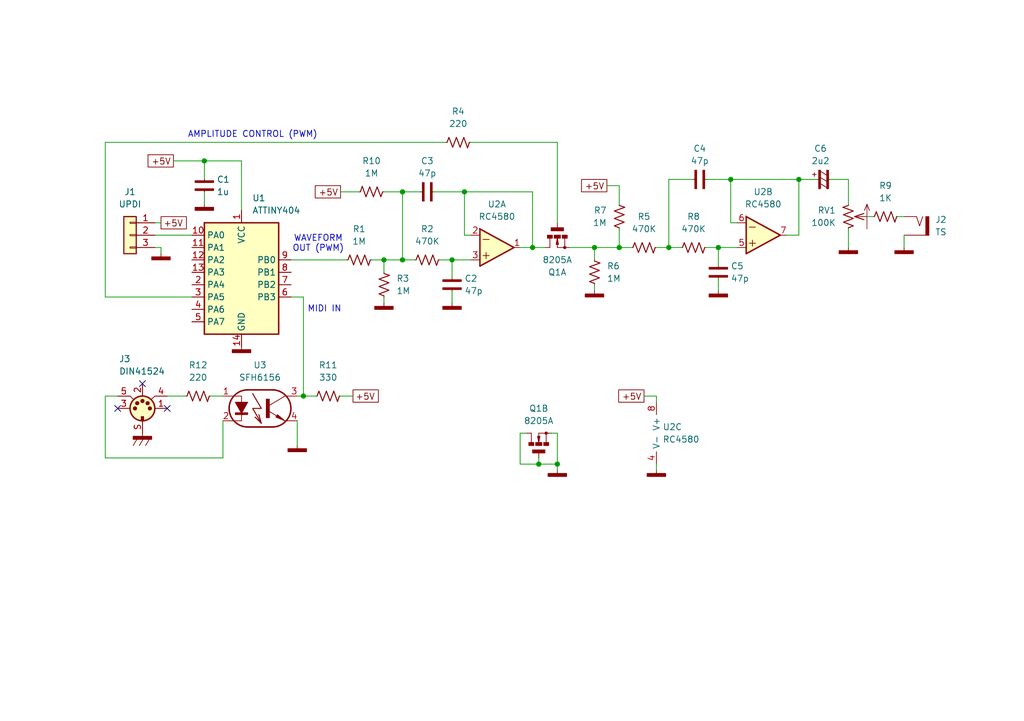
<source format=kicad_sch>
(kicad_sch (version 20231120) (generator "eeschema") (generator_version "8.0")
  (paper "A5")
  (title_block (date "2024-05-18"))
  (lib_symbols
    (symbol "CONNECTOR:DIN41524"
      (property "Reference" "J" (at -4.445 -1.905 0))
      (property "Value" "DIN41524" (at 7.62 -1.905 0))
      (symbol "DIN41524_0_1"
        (polyline (pts (xy -2.54 2.54) (xy -1.8288 1.8288)))
        (polyline (pts (xy 2.54 2.54) (xy 1.8288 1.8288)))
      )
      (symbol "DIN41524_1_1"
        (circle (center -1.524 0) (radius 0.381) (stroke (width 0.0254)) (fill (type outline)))
        (circle (center -1.0668 1.0668) (radius 0.381) (stroke (width 0.0254)) (fill (type outline)))
        (rectangle (start -0.254 -1.6764) (end 0.254 -2.54) (fill (type outline)))
        (circle (center 0 0) (radius 2.54) (stroke (width 0.3048)) (fill (type background)))
        (circle (center 0 1.524) (radius 0.381) (stroke (width 0.0254)) (fill (type outline)))
        (circle (center 1.0668 1.0668) (radius 0.381) (stroke (width 0.0254)) (fill (type outline)))
        (circle (center 1.524 0) (radius 0.381) (stroke (width 0.0254)) (fill (type outline)))
        (pin passive line (at 5.08 0 180) (length 2.54) (name "") (number "1"))
        (pin passive line (at 0 5.08 270) (length 2.54) (name "") (number "2"))
        (pin passive line (at -5.08 0 0) (length 2.54) (name "") (number "3"))
        (pin passive line (at 5.08 2.54 180) (length 2.54) (name "") (number "4"))
        (pin passive line (at -5.08 2.54 0) (length 2.54) (name "") (number "5"))
        (pin passive line (at 0 -5.08 90) (length 2.54) (name "") (number "S"))
      )
    )
    (symbol "CONNECTOR:TS" (pin_numbers hide) (pin_names (offset 0) hide)
      (property "Reference" "J" (at 0 -2.54 0))
      (property "Value" "TS" (at 0 2.54 0))
      (symbol "TS_0_1"
        (rectangle (start -2.54 2.54) (end -1.905 -1.27) (stroke (width 0.1524)) (fill (type outline)))
        (polyline (pts (xy 0 2.54) (xy -0.635 0.635) (xy -1.27 2.54)))
      )
      (symbol "TS_1_1"
        (pin passive line (at 2.54 -1.27 180) (length 5.08) (name "S") (number "S"))
        (pin passive line (at 2.54 2.54 180) (length 2.54) (name "T") (number "T"))
      )
    )
    (symbol "Connector_Generic:Conn_01x03" (pin_names (offset 1.016) hide)
      (property "Reference" "J" (at 0 5.08 0))
      (property "Value" "Conn_01x03" (at 0 -5.08 0))
      (symbol "Conn_01x03_1_1"
        (rectangle (start -1.27 -2.413) (end 0 -2.667) (stroke (width 0.1524)))
        (rectangle (start -1.27 0.127) (end 0 -0.127) (stroke (width 0.1524)))
        (rectangle (start -1.27 2.667) (end 0 2.413) (stroke (width 0.1524)))
        (rectangle (start -1.27 3.81) (end 1.27 -3.81) (stroke (width 0.254)) (fill (type background)))
        (pin passive line (at -5.08 2.54 0) (length 3.81) (name "Pin_1") (number "1"))
        (pin passive line (at -5.08 0 0) (length 3.81) (name "Pin_2") (number "2"))
        (pin passive line (at -5.08 -2.54 0) (length 3.81) (name "Pin_3") (number "3"))
      )
    )
    (symbol "MCU:ATTINY404" (in_bom no) (on_board no)
      (property "Reference" "U" (at 7.62 20.32 0))
      (property "Value" "ATTINY404" (at 7.62 17.78 0))
      (symbol "ATTINY404_1_1"
        (rectangle (start -7.62 12.7) (end 7.62 -10.16) (stroke (width 0.3048)) (fill (type background)))
        (pin power_in line (at 0 15.24 270) (length 2.54) (name "VCC") (number "1"))
        (pin unspecified line (at -10.16 10.16 0) (length 2.54) (name "PA0") (number "10"))
        (pin unspecified line (at -10.16 7.62 0) (length 2.54) (name "PA1") (number "11"))
        (pin unspecified line (at -10.16 5.08 0) (length 2.54) (name "PA2") (number "12"))
        (pin unspecified line (at -10.16 2.54 0) (length 2.54) (name "PA3") (number "13"))
        (pin power_in line (at 0 -12.7 90) (length 2.54) (name "GND") (number "14"))
        (pin unspecified line (at -10.16 0 0) (length 2.54) (name "PA4") (number "2"))
        (pin unspecified line (at -10.16 -2.54 0) (length 2.54) (name "PA5") (number "3"))
        (pin unspecified line (at -10.16 -5.08 0) (length 2.54) (name "PA6") (number "4"))
        (pin unspecified line (at -10.16 -7.62 0) (length 2.54) (name "PA7") (number "5"))
        (pin unspecified line (at 10.16 -2.54 180) (length 2.54) (name "PB3") (number "6"))
        (pin unspecified line (at 10.16 0 180) (length 2.54) (name "PB2") (number "7"))
        (pin unspecified line (at 10.16 2.54 180) (length 2.54) (name "PB1") (number "8"))
        (pin unspecified line (at 10.16 5.08 180) (length 2.54) (name "PB0") (number "9"))
      )
    )
    (symbol "OPAMP:RC4580"
      (property "Reference" "U1" (at 0 -3.81 0))
      (property "Value" "RC4580" (at 0 3.81 0))
      (symbol "RC4580_1_1"
        (polyline (pts (xy -2.54 -1.651) (xy -1.27 -1.651)))
        (polyline (pts (xy -2.54 1.651) (xy -1.27 1.651)))
        (polyline (pts (xy -1.905 -2.286) (xy -1.905 -1.016)))
        (polyline (pts (xy -3.175 3.81) (xy 3.81 0) (xy -3.175 -3.81) (xy -3.175 3.81)) (stroke (width 0.3048)) (fill (type background)))
        (pin output line (at 5.08 0 180) (length 1.27) (name "~") (number "1"))
        (pin input line (at -5.08 2.54 0) (length 1.905) (name "") (number "2"))
        (pin input line (at -5.08 -2.54 0) (length 1.905) (name "") (number "3"))
      )
      (symbol "RC4580_2_1"
        (polyline (pts (xy -2.54 -1.651) (xy -1.27 -1.651)))
        (polyline (pts (xy -2.54 1.651) (xy -1.27 1.651)))
        (polyline (pts (xy -1.905 -2.286) (xy -1.905 -1.016)))
        (polyline (pts (xy -3.175 3.81) (xy 3.81 0) (xy -3.175 -3.81) (xy -3.175 3.81)) (stroke (width 0.3048)) (fill (type background)))
        (pin input line (at -5.08 -2.54 0) (length 1.905) (name "") (number "5"))
        (pin input line (at -5.08 2.54 0) (length 1.905) (name "") (number "6"))
        (pin output line (at 5.08 0 180) (length 1.27) (name "~") (number "7"))
      )
      (symbol "RC4580_3_1"
        (pin power_in line (at 0 -6.35 90) (length 2.54) (name "V-") (number "4"))
        (pin power_in line (at 0 6.35 270) (length 2.54) (name "V+") (number "8"))
      )
    )
    (symbol "OPTO:SFH6156"
      (property "Reference" "U" (at 0 5.08 0))
      (property "Value" "SFH6156" (at 0 -5.715 0))
      (symbol "SFH6156_0_1"
        (polyline (pts (xy 1.905 -0.635) (xy 5.08 -2.54)))
        (polyline (pts (xy 5.08 2.54) (xy 1.905 0.635)))
      )
      (symbol "SFH6156_1_1"
        (arc (start -2.5676 3.81) (mid -6.3501 0) (end -2.5676 -3.81) (stroke (width 0.3048)))
        (rectangle (start -2.54 -0.889) (end -5.08 -1.27) (fill (type outline)))
        (polyline (pts (xy -2.54 -3.81) (xy 2.54 -3.81)) (stroke (width 0.3048)))
        (polyline (pts (xy -2.54 3.81) (xy 2.54 3.81)) (stroke (width 0.3048)))
        (polyline (pts (xy 5.08 -2.54) (xy 6.35 -2.54)))
        (polyline (pts (xy 5.08 2.54) (xy 6.35 2.54)))
        (polyline (pts (xy -0.254 -1.27) (xy 0.254 -3.048) (xy -1.016 -1.778)) (stroke (width 0.2032)))
        (polyline (pts (xy -6.35 -2.54) (xy -3.81 -2.54) (xy -3.81 2.54) (xy -6.35 2.54)))
        (polyline (pts (xy -3.81 -1.016) (xy -2.54 1.27) (xy -5.08 1.27) (xy -3.81 -1.016)) (fill (type outline)))
        (polyline (pts (xy -1.524 3.048) (xy 0.254 0) (xy -1.524 0) (xy 0.254 -3.048)) (stroke (width 0.2032)))
        (polyline (pts (xy 5.08 -2.54) (xy 3.556 -1.27) (xy 3.2258 -1.778) (xy 5.08 -2.54)) (fill (type outline)))
        (rectangle (start 1.27 1.905) (end 1.905 -1.905) (fill (type outline)))
        (arc (start 2.54 -3.81) (mid 6.3225 0) (end 2.54 3.81) (stroke (width 0.3048)))
        (pin input line (at -7.62 2.54 0) (length 1.27) (name "") (number "1"))
        (pin input line (at -7.62 -2.54 0) (length 1.27) (name "") (number "2"))
        (pin open_collector line (at 7.62 2.54 180) (length 1.27) (name "") (number "3"))
        (pin open_emitter line (at 7.62 -2.54 180) (length 1.27) (name "") (number "4"))
      )
    )
    (symbol "PASSIVE:C" (pin_numbers hide)
      (property "Reference" "C" (at 0 2.54 0))
      (property "Value" "C" (at 0 -2.54 0))
      (symbol "C_1_1"
        (rectangle (start -1.016 -1.905) (end -0.635 1.905) (fill (type outline)))
        (rectangle (start 0.635 1.905) (end 1.016 -1.905) (fill (type outline)))
        (pin passive line (at -1.27 0 0) (length 0.635) (name "") (number "1"))
        (pin passive line (at 1.27 0 180) (length 0.635) (name "") (number "2"))
      )
    )
    (symbol "PASSIVE:CP" (pin_numbers hide)
      (property "Reference" "C" (at 0 -3.81 0))
      (property "Value" "CP" (at 0 3.81 0))
      (symbol "CP_0_1"
        (polyline (pts (xy -2.286 1.016) (xy -1.524 1.016)))
        (polyline (pts (xy -1.905 0.635) (xy -1.905 1.397)))
        (polyline (pts (xy -0.635 0.381) (xy 0.635 -0.381)))
        (polyline (pts (xy -0.635 1.651) (xy 0.635 0.889)))
        (polyline (pts (xy 0.635 -1.651) (xy -0.635 -0.889)))
      )
      (symbol "CP_1_1"
        (rectangle (start -1.016 1.905) (end -0.635 -1.905) (fill (type outline)))
        (rectangle (start 0.635 1.905) (end 1.016 -1.905) (fill (type outline)))
        (pin passive line (at -1.27 0 0) (length 0.5842) (name "") (number "1"))
        (pin passive line (at 1.27 0 180) (length 0.635) (name "") (number "2"))
      )
    )
    (symbol "PASSIVE:R" (pin_numbers hide) (pin_names hide)
      (property "Reference" "R" (at 0 -1.905 0))
      (property "Value" "R" (at 0 1.905 0))
      (symbol "R_1_1"
        (polyline (pts (xy -2.286 0) (xy -1.905 1.016) (xy -1.143 -1.016) (xy -0.381 1.016) (xy 0.381 -1.016) (xy 1.143 1.016) (xy 1.905 -1.143) (xy 2.286 0)) (stroke (width 0.2032)))
        (pin passive line (at -2.54 0 0) (length 0.254) (name "") (number "1"))
        (pin passive line (at 2.54 0 180) (length 0.254) (name "") (number "2"))
      )
    )
    (symbol "PASSIVE:RV" (pin_numbers hide)
      (property "Reference" "RV" (at 0 0.508 0))
      (property "Value" "RV" (at 2.54 2.54 0))
      (symbol "RV_1_1"
        (polyline (pts (xy -2.54 3.81) (xy 2.54 3.81)) (stroke (width 0.127)))
        (polyline (pts (xy -0.635 3.175) (xy 0 1.27) (xy 0.635 3.175)) (stroke (width 0.2032)))
        (polyline (pts (xy 1.27 3.302) (xy 2.54 3.81) (xy 1.27 4.318)) (stroke (width 0.1524)))
        (polyline (pts (xy -2.286 0) (xy -1.905 1.016) (xy -1.143 -1.016) (xy -0.381 1.016) (xy 0.381 -1.016) (xy 1.143 1.016) (xy 1.905 -1.143) (xy 2.286 0)) (stroke (width 0.2032)))
        (pin passive line (at -2.54 0 0) (length 0.254) (name "") (number "1"))
        (pin passive line (at 0 3.81 270) (length 2.54) (name "") (number "2"))
        (pin passive line (at 2.54 0 180) (length 0.254) (name "") (number "3"))
      )
    )
    (symbol "POWER_SYMBOLS:GND" (power)
      (symbol "GND_0_1"
        (polyline (pts (xy 0 0) (xy 0 -1.27)) (stroke (width 0.1524)))
      )
      (symbol "GND_1_1"
        (rectangle (start -1.905 -0.635) (end 1.905 -1.27) (fill (type outline)))
        (pin power_in line (at 0 0 270) (length 0) hide (name "GND") (number "1"))
      )
    )
    (symbol "POWER_SYMBOLS:GND_CHASSIS" (power) (in_bom no) (on_board no)
      (symbol "GND_CHASSIS_0_1"
        (polyline (pts (xy -1.905 -2.54) (xy -1.143 -1.27)))
        (polyline (pts (xy -0.635 -2.54) (xy 0.127 -1.27)))
        (polyline (pts (xy 0 0) (xy 0 -1.27)) (stroke (width 0.1524)))
        (polyline (pts (xy 1.397 -1.27) (xy 0.635 -2.54)))
      )
      (symbol "GND_CHASSIS_1_1"
        (rectangle (start -1.905 -0.635) (end 1.905 -1.27) (fill (type outline)))
        (pin power_in line (at 0 0 270) (length 0) hide (name "GND1") (number "1"))
      )
    )
    (symbol "TRANSISTOR:8205A" (pin_numbers hide) (pin_names hide)
      (property "Reference" "Q" (at 6.35 -1.27 0))
      (property "Value" "8205A" (at 6.35 1.27 0))
      (symbol "8205A_0_1"
        (rectangle (start -4.064 1.27) (end -3.429 -1.27) (fill (type outline)))
        (rectangle (start -2.54 -1.016) (end -1.905 -2.032) (fill (type outline)))
        (rectangle (start -2.54 0.635) (end -1.905 -0.635) (fill (type outline)))
        (rectangle (start -2.54 2.032) (end -1.905 1.016) (fill (type outline)))
        (circle (center 0 -1.524) (radius 0.254) (fill (type outline)))
        (polyline (pts (xy 0 0) (xy -2.032 0)))
        (polyline (pts (xy 0 1.524) (xy -2.032 1.524)))
        (polyline (pts (xy -2.032 -1.524) (xy 0 -1.524) (xy 0 0)))
        (polyline (pts (xy -1.905 0) (xy -0.635 -0.254) (xy -0.635 0.254) (xy -1.905 0)) (fill (type outline)))
      )
      (symbol "8205A_1_1"
        (pin input line (at -5.08 0 0) (length 1.27) (name "G") (number "1"))
        (pin passive line (at 0 2.54 180) (length 1.016) hide (name "D") (number "2"))
        (pin passive line (at 0 2.54 270) (length 1.016) (name "D") (number "5"))
        (pin passive line (at 0 -2.54 90) (length 1.016) (name "S") (number "6"))
      )
      (symbol "8205A_2_1"
        (pin passive line (at 0 2.54 270) (length 1.016) (name "D") (number "2"))
        (pin input line (at -5.08 0 0) (length 1.27) (name "G") (number "3"))
        (pin passive line (at 0 -2.54 90) (length 1.016) (name "S") (number "4"))
        (pin passive line (at 0 2.54 180) (length 1.016) hide (name "D") (number "5"))
      )
    )
  )
  (junction (at 109.22 50.8))
  (junction (at 114.3 95.25))
  (junction (at 82.55 39.37))
  (junction (at 82.55 53.34))
  (junction (at 121.92 50.8))
  (junction (at 78.74 53.34))
  (junction (at 95.25 39.37))
  (junction (at 41.91 33.02))
  (junction (at 147.32 50.8))
  (junction (at 163.83 36.83))
  (junction (at 62.23 81.28))
  (junction (at 110.49 95.25))
  (junction (at 149.86 36.83))
  (junction (at 92.71 53.34))
  (junction (at 127 50.8))
  (junction (at 137.16 50.8))
  (no_connect (at 24.13 83.82))
  (no_connect (at 34.29 83.82))
  (no_connect (at 29.21 78.74))
  (wire (pts (xy 134.62 95.25) (xy 134.62 96.52)))
  (wire (pts (xy 109.22 50.8) (xy 106.68 50.8)))
  (wire (pts (xy 82.55 53.34) (xy 82.55 39.37)))
  (wire (pts (xy 106.68 88.9) (xy 106.68 95.25)))
  (wire (pts (xy 96.52 48.26) (xy 95.25 48.26)))
  (wire (pts (xy 114.3 29.21) (xy 114.3 45.72)))
  (wire (pts (xy 43.18 81.28) (xy 45.72 81.28)))
  (wire (pts (xy 121.92 58.42) (xy 121.92 59.69)))
  (wire (pts (xy 39.37 60.96) (xy 21.59 60.96)))
  (wire (pts (xy 127 38.1) (xy 127 41.91)))
  (wire (pts (xy 137.16 36.83) (xy 142.24 36.83)))
  (wire (pts (xy 114.3 88.9) (xy 113.03 88.9)))
  (wire (pts (xy 147.32 54.61) (xy 147.32 50.8)))
  (wire (pts (xy 78.74 60.96) (xy 78.74 62.23)))
  (wire (pts (xy 173.99 46.99) (xy 173.99 50.8)))
  (wire (pts (xy 92.71 59.69) (xy 92.71 62.23)))
  (wire (pts (xy 78.74 39.37) (xy 82.55 39.37)))
  (wire (pts (xy 69.85 81.28) (xy 72.39 81.28)))
  (wire (pts (xy 116.84 50.8) (xy 121.92 50.8)))
  (wire (pts (xy 163.83 36.83) (xy 163.83 48.26)))
  (wire (pts (xy 78.74 53.34) (xy 78.74 55.88)))
  (wire (pts (xy 95.25 39.37) (xy 109.22 39.37)))
  (wire (pts (xy 114.3 95.25) (xy 114.3 88.9)))
  (wire (pts (xy 41.91 33.02) (xy 41.91 36.83)))
  (wire (pts (xy 62.23 81.28) (xy 64.77 81.28)))
  (wire (pts (xy 39.37 48.26) (xy 31.75 48.26)))
  (wire (pts (xy 88.9 39.37) (xy 95.25 39.37)))
  (wire (pts (xy 114.3 95.25) (xy 114.3 96.52)))
  (wire (pts (xy 24.13 81.28) (xy 21.59 81.28)))
  (wire (pts (xy 60.96 86.36) (xy 60.96 91.44)))
  (wire (pts (xy 134.62 50.8) (xy 137.16 50.8)))
  (wire (pts (xy 109.22 50.8) (xy 111.76 50.8)))
  (wire (pts (xy 173.99 36.83) (xy 173.99 41.91)))
  (wire (pts (xy 149.86 36.83) (xy 163.83 36.83)))
  (wire (pts (xy 33.02 45.72) (xy 31.75 45.72)))
  (wire (pts (xy 49.53 33.02) (xy 49.53 43.18)))
  (wire (pts (xy 127 46.99) (xy 127 50.8)))
  (wire (pts (xy 106.68 95.25) (xy 110.49 95.25)))
  (wire (pts (xy 45.72 93.98) (xy 45.72 86.36)))
  (wire (pts (xy 35.56 33.02) (xy 41.91 33.02)))
  (wire (pts (xy 177.8 44.45) (xy 179.07 44.45)))
  (wire (pts (xy 41.91 39.37) (xy 41.91 41.91)))
  (wire (pts (xy 163.83 48.26) (xy 161.29 48.26)))
  (wire (pts (xy 62.23 81.28) (xy 60.96 81.28)))
  (wire (pts (xy 121.92 50.8) (xy 121.92 53.34)))
  (wire (pts (xy 127 50.8) (xy 129.54 50.8)))
  (wire (pts (xy 69.85 39.37) (xy 73.66 39.37)))
  (wire (pts (xy 95.25 48.26) (xy 95.25 39.37)))
  (wire (pts (xy 109.22 39.37) (xy 109.22 50.8)))
  (wire (pts (xy 96.52 29.21) (xy 114.3 29.21)))
  (wire (pts (xy 147.32 50.8) (xy 151.13 50.8)))
  (wire (pts (xy 21.59 81.28) (xy 21.59 93.98)))
  (wire (pts (xy 151.13 45.72) (xy 149.86 45.72)))
  (wire (pts (xy 41.91 33.02) (xy 49.53 33.02)))
  (wire (pts (xy 62.23 60.96) (xy 62.23 81.28)))
  (wire (pts (xy 185.42 44.45) (xy 184.15 44.45)))
  (wire (pts (xy 144.78 36.83) (xy 149.86 36.83)))
  (wire (pts (xy 110.49 95.25) (xy 110.49 93.98)))
  (wire (pts (xy 134.62 81.28) (xy 134.62 82.55)))
  (wire (pts (xy 185.42 48.26) (xy 185.42 50.8)))
  (wire (pts (xy 124.46 38.1) (xy 127 38.1)))
  (wire (pts (xy 34.29 81.28) (xy 38.1 81.28)))
  (wire (pts (xy 59.69 53.34) (xy 71.12 53.34)))
  (wire (pts (xy 92.71 57.15) (xy 92.71 53.34)))
  (wire (pts (xy 82.55 53.34) (xy 78.74 53.34)))
  (wire (pts (xy 137.16 50.8) (xy 137.16 36.83)))
  (wire (pts (xy 110.49 95.25) (xy 114.3 95.25)))
  (wire (pts (xy 21.59 60.96) (xy 21.59 29.21)))
  (wire (pts (xy 85.09 53.34) (xy 82.55 53.34)))
  (wire (pts (xy 147.32 50.8) (xy 144.78 50.8)))
  (wire (pts (xy 132.08 81.28) (xy 134.62 81.28)))
  (wire (pts (xy 121.92 50.8) (xy 127 50.8)))
  (wire (pts (xy 21.59 93.98) (xy 45.72 93.98)))
  (wire (pts (xy 170.18 36.83) (xy 173.99 36.83)))
  (wire (pts (xy 147.32 57.15) (xy 147.32 59.69)))
  (wire (pts (xy 21.59 29.21) (xy 91.44 29.21)))
  (wire (pts (xy 78.74 53.34) (xy 76.2 53.34)))
  (wire (pts (xy 137.16 50.8) (xy 139.7 50.8)))
  (wire (pts (xy 82.55 39.37) (xy 86.36 39.37)))
  (wire (pts (xy 92.71 53.34) (xy 96.52 53.34)))
  (wire (pts (xy 163.83 36.83) (xy 167.64 36.83)))
  (wire (pts (xy 33.02 50.8) (xy 31.75 50.8)))
  (wire (pts (xy 92.71 53.34) (xy 90.17 53.34)))
  (wire (pts (xy 33.02 52.07) (xy 33.02 50.8)))
  (wire (pts (xy 149.86 36.83) (xy 149.86 45.72)))
  (wire (pts (xy 107.95 88.9) (xy 106.68 88.9)))
  (wire (pts (xy 59.69 60.96) (xy 62.23 60.96)))
  (text "WAVEFORM\nOUT (PWM)" (at 65.278 50.038 0) (effects (font (size 1.27 1.27))))
  (text "MIDI IN" (at 66.548 63.5 0) (effects (font (size 1.27 1.27))))
  (text "AMPLITUDE CONTROL (PWM)" (at 51.816 27.686 0) (effects (font (size 1.27 1.27))))
  (global_label "+5V" (shape passive) (at 132.08 81.28 180) (property "Intersheetrefs" "${INTERSHEET_REFS}" (effects (hide yes))))
  (global_label "+5V" (shape passive) (at 69.85 39.37 180) (property "Intersheetrefs" "${INTERSHEET_REFS}" (effects (hide yes))))
  (global_label "+5V" (shape passive) (at 124.46 38.1 180) (property "Intersheetrefs" "${INTERSHEET_REFS}" (effects (hide yes))))
  (global_label "+5V" (shape passive) (at 35.56 33.02 180) (property "Intersheetrefs" "${INTERSHEET_REFS}" (effects (hide yes))))
  (global_label "+5V" (shape passive) (at 72.39 81.28 0) (property "Intersheetrefs" "${INTERSHEET_REFS}" (effects (hide yes))))
  (global_label "+5V" (shape passive) (at 33.02 45.72 0) (property "Intersheetrefs" "${INTERSHEET_REFS}" (effects (hide yes))))
  (symbol (lib_id "POWER_SYMBOLS:GND_CHASSIS") (at 29.21 88.9 0) (unit 1) (in_bom no) (on_board no)
    (property "Reference" "#PWR012" (effects (hide yes)))
    (property "Value" "GND_CHASSIS" (effects (hide yes)))
  )
  (symbol (lib_id "POWER_SYMBOLS:GND") (at 41.91 41.91 0) (unit 1)
    (property "Reference" "#PWR01" (effects (hide yes)))
    (property "Value" "GND" (effects (hide yes)))
  )
  (symbol (lib_id "PASSIVE:C") (at 92.71 58.42 90) (unit 1)
    (property "Reference" "C2" (at 95.25 57.1499 90) (effects (justify right)))
    (property "Value" "47p" (at 95.25 59.6899 90) (effects (justify right)))
    (property "Description" "Unpolarized Capacitor" (effects (hide yes)))
  )
  (symbol (lib_id "PASSIVE:R") (at 87.63 53.34 0) (unit 1)
    (property "Reference" "R2" (at 87.63 46.99 0))
    (property "Value" "470K" (at 87.63 49.53 0))
    (property "Description" "Resistor" (effects (hide yes)))
  )
  (symbol (lib_id "POWER_SYMBOLS:GND") (at 121.92 59.69 0) (unit 1)
    (property "Reference" "#PWR04" (effects (hide yes)))
    (property "Value" "GND" (effects (hide yes)))
  )
  (symbol (lib_id "POWER_SYMBOLS:GND") (at 114.3 96.52 0) (unit 1)
    (property "Reference" "#PWR06" (effects (hide yes)))
    (property "Value" "GND" (effects (hide yes)))
  )
  (symbol (lib_id "PASSIVE:R") (at 78.74 58.42 90) (unit 1)
    (property "Reference" "R3" (at 81.28 57.1499 90) (effects (justify right)))
    (property "Value" "1M" (at 81.28 59.6899 90) (effects (justify right)))
    (property "Description" "Resistor" (effects (hide yes)))
  )
  (symbol (lib_id "PASSIVE:RV") (at 173.99 44.45 270) (mirror x) (unit 1)
    (property "Reference" "RV1" (at 171.45 43.1735 90) (effects (justify right)))
    (property "Value" "100K" (at 171.45 45.7135 90) (effects (justify right)))
    (property "Description" "Variable resistor" (effects (hide yes)))
  )
  (symbol (lib_id "PASSIVE:C") (at 41.91 38.1 90) (unit 1)
    (property "Reference" "C1" (at 44.45 36.8299 90) (effects (justify right)))
    (property "Value" "1u" (at 44.45 39.3699 90) (effects (justify right)))
    (property "Description" "Unpolarized Capacitor" (effects (hide yes)))
  )
  (symbol (lib_id "OPAMP:RC4580") (at 156.21 48.26 0) (unit 2)
    (property "Reference" "U2" (at 156.5275 39.37 0))
    (property "Value" "RC4580" (at 156.5275 41.91 0))
    (property "Footprint" "Package_DIP:DIP-8_W7.62mm" (effects (hide yes)))
    (property "Datasheet" "https://www.ti.com/lit/ds/symlink/tl081a.pdf" (effects (hide yes)))
    (property "Description" "Dual operational amplifier" (effects (hide yes)))
  )
  (symbol (lib_id "PASSIVE:C") (at 143.51 36.83 180) (unit 1)
    (property "Reference" "C4" (at 143.51 30.48 0))
    (property "Value" "47p" (at 143.51 33.02 0))
    (property "Description" "Unpolarized Capacitor" (effects (hide yes)))
  )
  (symbol (lib_id "PASSIVE:R") (at 142.24 50.8 0) (unit 1)
    (property "Reference" "R8" (at 142.24 44.45 0))
    (property "Value" "470K" (at 142.24 46.99 0))
    (property "Description" "Resistor" (effects (hide yes)))
  )
  (symbol (lib_id "OPAMP:RC4580") (at 134.62 88.9 0) (unit 3)
    (property "Reference" "U2" (at 135.89 87.6299 0) (effects (justify left)))
    (property "Value" "RC4580" (at 135.89 90.1699 0) (effects (justify left)))
    (property "Footprint" "Package_DIP:DIP-8_W7.62mm" (effects (hide yes)))
    (property "Datasheet" "https://www.ti.com/lit/ds/symlink/tl081a.pdf" (effects (hide yes)))
    (property "Description" "Dual operational amplifier" (effects (hide yes)))
  )
  (symbol (lib_id "TRANSISTOR:8205A") (at 114.3 50.8 90) (mirror x) (unit 1)
    (property "Reference" "Q1" (at 114.3 55.88 90))
    (property "Value" "8205A" (at 114.3 53.34 90))
    (property "Footprint" "uanpis_library:SOT-23-6" (effects (hide yes)))
    (property "Datasheet" "https://datasheet.lcsc.com/lcsc/2203221230_UMW-Youtai-Semiconductor-Co---Ltd--8205A_C351449.pdf" (effects (hide yes)))
    (property "Description" "Dual N-Channel MOSFET with drains connected together" (effects (hide yes)))
  )
  (symbol (lib_id "PASSIVE:R") (at 73.66 53.34 0) (unit 1)
    (property "Reference" "R1" (at 73.66 46.99 0))
    (property "Value" "1M" (at 73.66 49.53 0))
    (property "Description" "Resistor" (effects (hide yes)))
  )
  (symbol (lib_id "POWER_SYMBOLS:GND") (at 60.96 91.44 0) (unit 1)
    (property "Reference" "#PWR013" (effects (hide yes)))
    (property "Value" "GND" (effects (hide yes)))
  )
  (symbol (lib_id "POWER_SYMBOLS:GND") (at 134.62 96.52 0) (unit 1)
    (property "Reference" "#PWR08" (effects (hide yes)))
    (property "Value" "GND" (effects (hide yes)))
  )
  (symbol (lib_id "POWER_SYMBOLS:GND") (at 185.42 50.8 0) (unit 1)
    (property "Reference" "#PWR011" (effects (hide yes)))
    (property "Value" "GND" (effects (hide yes)))
  )
  (symbol (lib_id "CONNECTOR:TS") (at 187.96 46.99 0) (mirror y) (unit 1)
    (property "Reference" "J2" (at 191.77 45.0849 0) (effects (justify right)))
    (property "Value" "TS" (at 191.77 47.6249 0) (effects (justify right)))
  )
  (symbol (lib_id "Connector_Generic:Conn_01x03") (at 26.67 48.26 0) (mirror y) (unit 1)
    (property "Reference" "J1" (at 26.67 39.37 0))
    (property "Value" "UPDI" (at 26.67 41.91 0))
    (property "Description" "Generic connector, single row, 01x03, script generated (kicad-library-utils/schlib/autogen/connector/)" (effects (hide yes)))
  )
  (symbol (lib_id "OPTO:SFH6156") (at 53.34 83.82 0) (unit 1)
    (property "Reference" "U3" (at 53.3262 74.93 0))
    (property "Value" "SFH6156" (at 53.3262 77.47 0))
    (property "Footprint" "Package_DIP:DIP-4_W8.89mm_SMDSocket_LongPads" (effects (hide yes)))
    (property "Description" "Phototransistor output Optocoupler" (effects (hide yes)))
  )
  (symbol (lib_id "PASSIVE:R") (at 93.98 29.21 0) (unit 1)
    (property "Reference" "R4" (at 93.98 22.86 0))
    (property "Value" "220" (at 93.98 25.4 0))
    (property "Description" "Resistor" (effects (hide yes)))
  )
  (symbol (lib_id "POWER_SYMBOLS:GND") (at 173.99 50.8 0) (unit 1)
    (property "Reference" "#PWR010" (effects (hide yes)))
    (property "Value" "GND" (effects (hide yes)))
  )
  (symbol (lib_id "PASSIVE:R") (at 40.64 81.28 0) (unit 1)
    (property "Reference" "R12" (at 40.64 74.93 0))
    (property "Value" "220" (at 40.64 77.47 0))
    (property "Description" "Resistor" (effects (hide yes)))
  )
  (symbol (lib_id "POWER_SYMBOLS:GND") (at 49.53 71.12 0) (unit 1)
    (property "Reference" "#PWR07" (effects (hide yes)))
    (property "Value" "GND" (effects (hide yes)))
  )
  (symbol (lib_id "PASSIVE:R") (at 121.92 55.88 90) (unit 1)
    (property "Reference" "R6" (at 124.46 54.6099 90) (effects (justify right)))
    (property "Value" "1M" (at 124.46 57.1499 90) (effects (justify right)))
    (property "Description" "Resistor" (effects (hide yes)))
  )
  (symbol (lib_id "CONNECTOR:DIN41524") (at 29.21 83.82 0) (unit 1)
    (property "Reference" "J3" (at 24.384 73.66 0) (effects (justify left)))
    (property "Value" "DIN41524" (at 24.384 76.2 0) (effects (justify left)))
  )
  (symbol (lib_id "PASSIVE:R") (at 76.2 39.37 180) (unit 1)
    (property "Reference" "R10" (at 76.2 33.02 0))
    (property "Value" "1M" (at 76.2 35.56 0))
    (property "Description" "Resistor" (effects (hide yes)))
  )
  (symbol (lib_id "PASSIVE:R") (at 132.08 50.8 0) (unit 1)
    (property "Reference" "R5" (at 132.08 44.45 0))
    (property "Value" "470K" (at 132.08 46.99 0))
    (property "Description" "Resistor" (effects (hide yes)))
  )
  (symbol (lib_id "PASSIVE:C") (at 147.32 55.88 90) (unit 1)
    (property "Reference" "C5" (at 149.86 54.6099 90) (effects (justify right)))
    (property "Value" "47p" (at 149.86 57.1499 90) (effects (justify right)))
    (property "Description" "Unpolarized Capacitor" (effects (hide yes)))
  )
  (symbol (lib_id "MCU:ATTINY404") (at 49.53 58.42 0) (unit 1) (in_bom no) (on_board no)
    (property "Reference" "U1" (at 51.7241 40.64 0) (effects (justify left)))
    (property "Value" "ATTINY404" (at 51.7241 43.18 0) (effects (justify left)))
    (property "Footprint" "uanpis_library:SOIC-14" (effects (hide yes)))
    (property "Datasheet" "https://ww1.microchip.com/downloads/en/DeviceDoc/ATtiny202-204-402-404-406-DataSheet-DS40002318A.pdf" (effects (hide yes)))
  )
  (symbol (lib_id "PASSIVE:CP") (at 168.91 36.83 0) (unit 1)
    (property "Reference" "C6" (at 168.275 30.48 0))
    (property "Value" "2u2" (at 168.275 33.02 0))
    (property "Description" "Polarized Capacitor" (effects (hide yes)))
  )
  (symbol (lib_id "PASSIVE:R") (at 67.31 81.28 0) (unit 1)
    (property "Reference" "R11" (at 67.31 74.93 0))
    (property "Value" "330" (at 67.31 77.47 0))
    (property "Description" "Resistor" (effects (hide yes)))
  )
  (symbol (lib_id "PASSIVE:C") (at 87.63 39.37 180) (unit 1)
    (property "Reference" "C3" (at 87.63 33.02 0))
    (property "Value" "47p" (at 87.63 35.56 0))
    (property "Description" "Unpolarized Capacitor" (effects (hide yes)))
  )
  (symbol (lib_id "POWER_SYMBOLS:GND") (at 33.02 52.07 0) (mirror y) (unit 1)
    (property "Reference" "#PWR09" (effects (hide yes)))
    (property "Value" "GND" (effects (hide yes)))
  )
  (symbol (lib_id "POWER_SYMBOLS:GND") (at 78.74 62.23 0) (unit 1)
    (property "Reference" "#PWR03" (effects (hide yes)))
    (property "Value" "GND" (effects (hide yes)))
  )
  (symbol (lib_id "PASSIVE:R") (at 181.61 44.45 0) (unit 1)
    (property "Reference" "R9" (at 181.61 38.1 0))
    (property "Value" "1K" (at 181.61 40.64 0))
    (property "Description" "Resistor" (effects (hide yes)))
  )
  (symbol (lib_id "POWER_SYMBOLS:GND") (at 92.71 62.23 0) (unit 1)
    (property "Reference" "#PWR02" (effects (hide yes)))
    (property "Value" "GND" (effects (hide yes)))
  )
  (symbol (lib_id "PASSIVE:R") (at 127 44.45 90) (unit 1)
    (property "Reference" "R7" (at 124.46 43.1799 90) (effects (justify left)))
    (property "Value" "1M" (at 124.46 45.7199 90) (effects (justify left)))
    (property "Description" "Resistor" (effects (hide yes)))
  )
  (symbol (lib_id "POWER_SYMBOLS:GND") (at 147.32 59.69 0) (unit 1)
    (property "Reference" "#PWR05" (effects (hide yes)))
    (property "Value" "GND" (effects (hide yes)))
  )
  (symbol (lib_id "OPAMP:RC4580") (at 101.6 50.8 0) (unit 1)
    (property "Reference" "U2" (at 101.9175 41.91 0))
    (property "Value" "RC4580" (at 101.9175 44.45 0))
    (property "Footprint" "Package_DIP:DIP-8_W7.62mm" (effects (hide yes)))
    (property "Datasheet" "https://www.ti.com/lit/ds/symlink/tl081a.pdf" (effects (hide yes)))
    (property "Description" "Dual operational amplifier" (effects (hide yes)))
  )
  (symbol (lib_id "TRANSISTOR:8205A") (at 110.49 88.9 90) (unit 2)
    (property "Reference" "Q1" (at 110.49 83.82 90))
    (property "Value" "8205A" (at 110.49 86.36 90))
    (property "Footprint" "uanpis_library:SOT-23-6" (effects (hide yes)))
    (property "Datasheet" "https://datasheet.lcsc.com/lcsc/2203221230_UMW-Youtai-Semiconductor-Co---Ltd--8205A_C351449.pdf" (effects (hide yes)))
    (property "Description" "Dual N-Channel MOSFET with drains connected together" (effects (hide yes)))
  )
)
</source>
